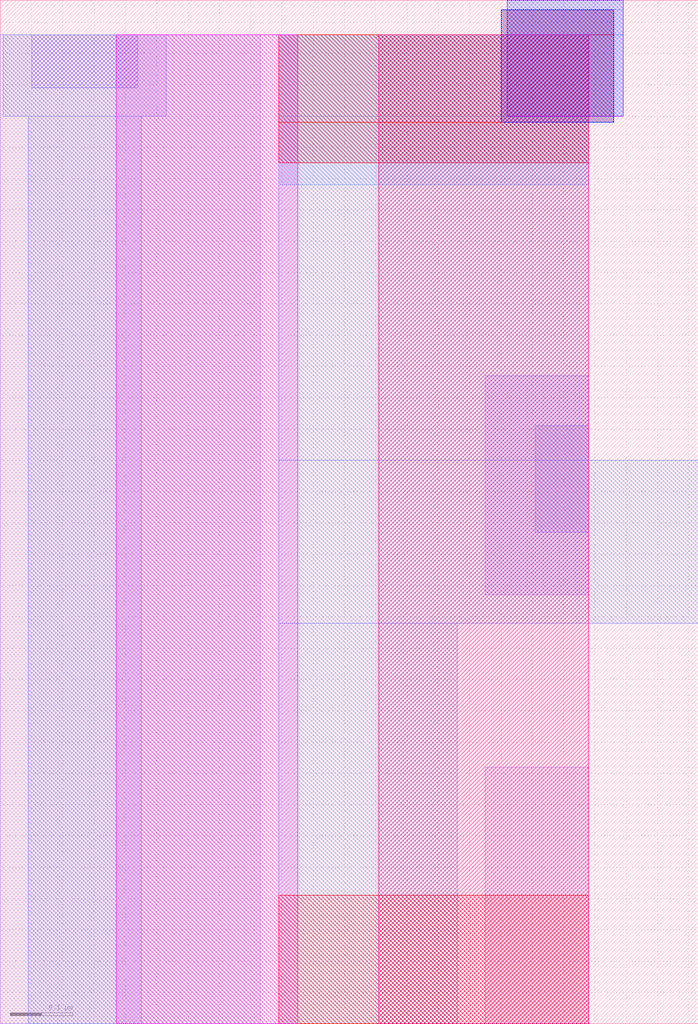
<source format=lef>
# Copyright 2020 The SkyWater PDK Authors
#
# Licensed under the Apache License, Version 2.0 (the "License");
# you may not use this file except in compliance with the License.
# You may obtain a copy of the License at
#
#     https://www.apache.org/licenses/LICENSE-2.0
#
# Unless required by applicable law or agreed to in writing, software
# distributed under the License is distributed on an "AS IS" BASIS,
# WITHOUT WARRANTIES OR CONDITIONS OF ANY KIND, either express or implied.
# See the License for the specific language governing permissions and
# limitations under the License.
#
# SPDX-License-Identifier: Apache-2.0

VERSION 5.7 ;
  NOWIREEXTENSIONATPIN ON ;
  DIVIDERCHAR "/" ;
  BUSBITCHARS "[]" ;
MACRO sky130_fd_bd_sram__sram_dp_rowendai
  CLASS BLOCK ;
  FOREIGN sky130_fd_bd_sram__sram_dp_rowendai ;
  ORIGIN  0.000000  0.000000 ;
  SIZE  1.115000 BY  1.635000 ;
  OBS
    LAYER li1 ;
      RECT 0.000000 0.000000 0.415000 1.580000 ;
      RECT 0.775000 0.000000 0.940000 0.410000 ;
      RECT 0.775000 0.685000 0.940000 1.035000 ;
    LAYER mcon ;
      RECT 0.050000 1.495000 0.220000 1.580000 ;
      RECT 0.855000 0.785000 0.940000 0.955000 ;
    LAYER met1 ;
      RECT 0.005000 1.450000 0.265000 1.580000 ;
      RECT 0.045000 0.000000 0.225000 1.450000 ;
      RECT 0.445000 0.000000 0.730000 0.640000 ;
      RECT 0.445000 0.640000 1.115000 0.900000 ;
      RECT 0.445000 0.900000 0.940000 1.450000 ;
      RECT 0.445000 1.450000 0.995000 1.580000 ;
      RECT 0.810000 1.580000 0.995000 1.635000 ;
    LAYER met2 ;
      RECT 0.445000 1.340000 0.940000 1.440000 ;
      RECT 0.445000 1.440000 0.980000 1.450000 ;
      RECT 0.445000 1.450000 0.995000 1.580000 ;
      RECT 0.800000 1.580000 0.995000 1.620000 ;
      RECT 0.810000 1.620000 0.995000 1.635000 ;
    LAYER met3 ;
      RECT 0.445000 0.000000 0.940000 0.205000 ;
      RECT 0.445000 1.375000 0.940000 1.440000 ;
      RECT 0.445000 1.440000 0.980000 1.580000 ;
      RECT 0.800000 1.580000 0.980000 1.620000 ;
    LAYER nwell ;
      RECT 0.605000 0.000000 0.940000 1.580000 ;
    LAYER pwell ;
      RECT 0.185000 0.000000 0.475000 1.580000 ;
    LAYER via ;
      RECT 0.810000 1.450000 0.995000 1.635000 ;
    LAYER via2 ;
      RECT 0.800000 1.440000 0.980000 1.620000 ;
  END
END sky130_fd_bd_sram__sram_dp_rowendai
END LIBRARY

</source>
